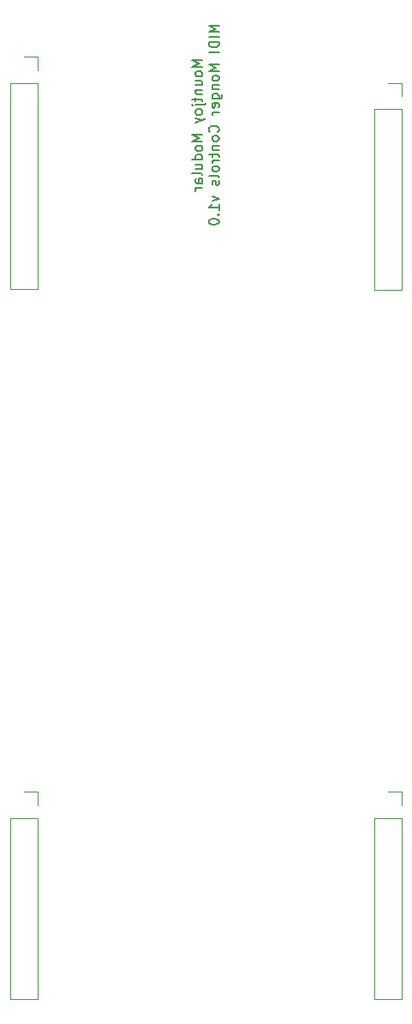
<source format=gbr>
G04 #@! TF.GenerationSoftware,KiCad,Pcbnew,(5.1.4)-1*
G04 #@! TF.CreationDate,2019-11-26T14:36:53+00:00*
G04 #@! TF.ProjectId,MidiMonger_controls,4d696469-4d6f-46e6-9765-725f636f6e74,rev?*
G04 #@! TF.SameCoordinates,Original*
G04 #@! TF.FileFunction,Legend,Bot*
G04 #@! TF.FilePolarity,Positive*
%FSLAX46Y46*%
G04 Gerber Fmt 4.6, Leading zero omitted, Abs format (unit mm)*
G04 Created by KiCad (PCBNEW (5.1.4)-1) date 2019-11-26 14:36:53*
%MOMM*%
%LPD*%
G04 APERTURE LIST*
%ADD10C,0.150000*%
%ADD11C,0.120000*%
G04 APERTURE END LIST*
D10*
X115627380Y-46419047D02*
X114627380Y-46419047D01*
X115341666Y-46752380D01*
X114627380Y-47085714D01*
X115627380Y-47085714D01*
X115627380Y-47704761D02*
X115579761Y-47609523D01*
X115532142Y-47561904D01*
X115436904Y-47514285D01*
X115151190Y-47514285D01*
X115055952Y-47561904D01*
X115008333Y-47609523D01*
X114960714Y-47704761D01*
X114960714Y-47847619D01*
X115008333Y-47942857D01*
X115055952Y-47990476D01*
X115151190Y-48038095D01*
X115436904Y-48038095D01*
X115532142Y-47990476D01*
X115579761Y-47942857D01*
X115627380Y-47847619D01*
X115627380Y-47704761D01*
X114960714Y-48895238D02*
X115627380Y-48895238D01*
X114960714Y-48466666D02*
X115484523Y-48466666D01*
X115579761Y-48514285D01*
X115627380Y-48609523D01*
X115627380Y-48752380D01*
X115579761Y-48847619D01*
X115532142Y-48895238D01*
X114960714Y-49371428D02*
X115627380Y-49371428D01*
X115055952Y-49371428D02*
X115008333Y-49419047D01*
X114960714Y-49514285D01*
X114960714Y-49657142D01*
X115008333Y-49752380D01*
X115103571Y-49800000D01*
X115627380Y-49800000D01*
X114960714Y-50133333D02*
X114960714Y-50514285D01*
X114627380Y-50276190D02*
X115484523Y-50276190D01*
X115579761Y-50323809D01*
X115627380Y-50419047D01*
X115627380Y-50514285D01*
X114960714Y-50847619D02*
X115817857Y-50847619D01*
X115913095Y-50800000D01*
X115960714Y-50704761D01*
X115960714Y-50657142D01*
X114627380Y-50847619D02*
X114675000Y-50800000D01*
X114722619Y-50847619D01*
X114675000Y-50895238D01*
X114627380Y-50847619D01*
X114722619Y-50847619D01*
X115627380Y-51466666D02*
X115579761Y-51371428D01*
X115532142Y-51323809D01*
X115436904Y-51276190D01*
X115151190Y-51276190D01*
X115055952Y-51323809D01*
X115008333Y-51371428D01*
X114960714Y-51466666D01*
X114960714Y-51609523D01*
X115008333Y-51704761D01*
X115055952Y-51752380D01*
X115151190Y-51800000D01*
X115436904Y-51800000D01*
X115532142Y-51752380D01*
X115579761Y-51704761D01*
X115627380Y-51609523D01*
X115627380Y-51466666D01*
X114960714Y-52133333D02*
X115627380Y-52371428D01*
X114960714Y-52609523D02*
X115627380Y-52371428D01*
X115865476Y-52276190D01*
X115913095Y-52228571D01*
X115960714Y-52133333D01*
X115627380Y-53752380D02*
X114627380Y-53752380D01*
X115341666Y-54085714D01*
X114627380Y-54419047D01*
X115627380Y-54419047D01*
X115627380Y-55038095D02*
X115579761Y-54942857D01*
X115532142Y-54895238D01*
X115436904Y-54847619D01*
X115151190Y-54847619D01*
X115055952Y-54895238D01*
X115008333Y-54942857D01*
X114960714Y-55038095D01*
X114960714Y-55180952D01*
X115008333Y-55276190D01*
X115055952Y-55323809D01*
X115151190Y-55371428D01*
X115436904Y-55371428D01*
X115532142Y-55323809D01*
X115579761Y-55276190D01*
X115627380Y-55180952D01*
X115627380Y-55038095D01*
X115627380Y-56228571D02*
X114627380Y-56228571D01*
X115579761Y-56228571D02*
X115627380Y-56133333D01*
X115627380Y-55942857D01*
X115579761Y-55847619D01*
X115532142Y-55800000D01*
X115436904Y-55752380D01*
X115151190Y-55752380D01*
X115055952Y-55800000D01*
X115008333Y-55847619D01*
X114960714Y-55942857D01*
X114960714Y-56133333D01*
X115008333Y-56228571D01*
X114960714Y-57133333D02*
X115627380Y-57133333D01*
X114960714Y-56704761D02*
X115484523Y-56704761D01*
X115579761Y-56752380D01*
X115627380Y-56847619D01*
X115627380Y-56990476D01*
X115579761Y-57085714D01*
X115532142Y-57133333D01*
X115627380Y-57752380D02*
X115579761Y-57657142D01*
X115484523Y-57609523D01*
X114627380Y-57609523D01*
X115627380Y-58561904D02*
X115103571Y-58561904D01*
X115008333Y-58514285D01*
X114960714Y-58419047D01*
X114960714Y-58228571D01*
X115008333Y-58133333D01*
X115579761Y-58561904D02*
X115627380Y-58466666D01*
X115627380Y-58228571D01*
X115579761Y-58133333D01*
X115484523Y-58085714D01*
X115389285Y-58085714D01*
X115294047Y-58133333D01*
X115246428Y-58228571D01*
X115246428Y-58466666D01*
X115198809Y-58561904D01*
X115627380Y-59038095D02*
X114960714Y-59038095D01*
X115151190Y-59038095D02*
X115055952Y-59085714D01*
X115008333Y-59133333D01*
X114960714Y-59228571D01*
X114960714Y-59323809D01*
X117277380Y-42990476D02*
X116277380Y-42990476D01*
X116991666Y-43323809D01*
X116277380Y-43657142D01*
X117277380Y-43657142D01*
X117277380Y-44133333D02*
X116277380Y-44133333D01*
X117277380Y-44609523D02*
X116277380Y-44609523D01*
X116277380Y-44847619D01*
X116325000Y-44990476D01*
X116420238Y-45085714D01*
X116515476Y-45133333D01*
X116705952Y-45180952D01*
X116848809Y-45180952D01*
X117039285Y-45133333D01*
X117134523Y-45085714D01*
X117229761Y-44990476D01*
X117277380Y-44847619D01*
X117277380Y-44609523D01*
X117277380Y-45609523D02*
X116277380Y-45609523D01*
X117277380Y-46847619D02*
X116277380Y-46847619D01*
X116991666Y-47180952D01*
X116277380Y-47514285D01*
X117277380Y-47514285D01*
X117277380Y-48133333D02*
X117229761Y-48038095D01*
X117182142Y-47990476D01*
X117086904Y-47942857D01*
X116801190Y-47942857D01*
X116705952Y-47990476D01*
X116658333Y-48038095D01*
X116610714Y-48133333D01*
X116610714Y-48276190D01*
X116658333Y-48371428D01*
X116705952Y-48419047D01*
X116801190Y-48466666D01*
X117086904Y-48466666D01*
X117182142Y-48419047D01*
X117229761Y-48371428D01*
X117277380Y-48276190D01*
X117277380Y-48133333D01*
X116610714Y-48895238D02*
X117277380Y-48895238D01*
X116705952Y-48895238D02*
X116658333Y-48942857D01*
X116610714Y-49038095D01*
X116610714Y-49180952D01*
X116658333Y-49276190D01*
X116753571Y-49323809D01*
X117277380Y-49323809D01*
X116610714Y-50228571D02*
X117420238Y-50228571D01*
X117515476Y-50180952D01*
X117563095Y-50133333D01*
X117610714Y-50038095D01*
X117610714Y-49895238D01*
X117563095Y-49800000D01*
X117229761Y-50228571D02*
X117277380Y-50133333D01*
X117277380Y-49942857D01*
X117229761Y-49847619D01*
X117182142Y-49800000D01*
X117086904Y-49752380D01*
X116801190Y-49752380D01*
X116705952Y-49800000D01*
X116658333Y-49847619D01*
X116610714Y-49942857D01*
X116610714Y-50133333D01*
X116658333Y-50228571D01*
X117229761Y-51085714D02*
X117277380Y-50990476D01*
X117277380Y-50800000D01*
X117229761Y-50704761D01*
X117134523Y-50657142D01*
X116753571Y-50657142D01*
X116658333Y-50704761D01*
X116610714Y-50800000D01*
X116610714Y-50990476D01*
X116658333Y-51085714D01*
X116753571Y-51133333D01*
X116848809Y-51133333D01*
X116944047Y-50657142D01*
X117277380Y-51561904D02*
X116610714Y-51561904D01*
X116801190Y-51561904D02*
X116705952Y-51609523D01*
X116658333Y-51657142D01*
X116610714Y-51752380D01*
X116610714Y-51847619D01*
X117182142Y-53514285D02*
X117229761Y-53466666D01*
X117277380Y-53323809D01*
X117277380Y-53228571D01*
X117229761Y-53085714D01*
X117134523Y-52990476D01*
X117039285Y-52942857D01*
X116848809Y-52895238D01*
X116705952Y-52895238D01*
X116515476Y-52942857D01*
X116420238Y-52990476D01*
X116325000Y-53085714D01*
X116277380Y-53228571D01*
X116277380Y-53323809D01*
X116325000Y-53466666D01*
X116372619Y-53514285D01*
X117277380Y-54085714D02*
X117229761Y-53990476D01*
X117182142Y-53942857D01*
X117086904Y-53895238D01*
X116801190Y-53895238D01*
X116705952Y-53942857D01*
X116658333Y-53990476D01*
X116610714Y-54085714D01*
X116610714Y-54228571D01*
X116658333Y-54323809D01*
X116705952Y-54371428D01*
X116801190Y-54419047D01*
X117086904Y-54419047D01*
X117182142Y-54371428D01*
X117229761Y-54323809D01*
X117277380Y-54228571D01*
X117277380Y-54085714D01*
X116610714Y-54847619D02*
X117277380Y-54847619D01*
X116705952Y-54847619D02*
X116658333Y-54895238D01*
X116610714Y-54990476D01*
X116610714Y-55133333D01*
X116658333Y-55228571D01*
X116753571Y-55276190D01*
X117277380Y-55276190D01*
X116610714Y-55609523D02*
X116610714Y-55990476D01*
X116277380Y-55752380D02*
X117134523Y-55752380D01*
X117229761Y-55800000D01*
X117277380Y-55895238D01*
X117277380Y-55990476D01*
X117277380Y-56323809D02*
X116610714Y-56323809D01*
X116801190Y-56323809D02*
X116705952Y-56371428D01*
X116658333Y-56419047D01*
X116610714Y-56514285D01*
X116610714Y-56609523D01*
X117277380Y-57085714D02*
X117229761Y-56990476D01*
X117182142Y-56942857D01*
X117086904Y-56895238D01*
X116801190Y-56895238D01*
X116705952Y-56942857D01*
X116658333Y-56990476D01*
X116610714Y-57085714D01*
X116610714Y-57228571D01*
X116658333Y-57323809D01*
X116705952Y-57371428D01*
X116801190Y-57419047D01*
X117086904Y-57419047D01*
X117182142Y-57371428D01*
X117229761Y-57323809D01*
X117277380Y-57228571D01*
X117277380Y-57085714D01*
X117277380Y-57990476D02*
X117229761Y-57895238D01*
X117134523Y-57847619D01*
X116277380Y-57847619D01*
X117229761Y-58323809D02*
X117277380Y-58419047D01*
X117277380Y-58609523D01*
X117229761Y-58704761D01*
X117134523Y-58752380D01*
X117086904Y-58752380D01*
X116991666Y-58704761D01*
X116944047Y-58609523D01*
X116944047Y-58466666D01*
X116896428Y-58371428D01*
X116801190Y-58323809D01*
X116753571Y-58323809D01*
X116658333Y-58371428D01*
X116610714Y-58466666D01*
X116610714Y-58609523D01*
X116658333Y-58704761D01*
X116610714Y-59847619D02*
X117277380Y-60085714D01*
X116610714Y-60323809D01*
X117277380Y-61228571D02*
X117277380Y-60657142D01*
X117277380Y-60942857D02*
X116277380Y-60942857D01*
X116420238Y-60847619D01*
X116515476Y-60752380D01*
X116563095Y-60657142D01*
X117182142Y-61657142D02*
X117229761Y-61704761D01*
X117277380Y-61657142D01*
X117229761Y-61609523D01*
X117182142Y-61657142D01*
X117277380Y-61657142D01*
X116277380Y-62323809D02*
X116277380Y-62419047D01*
X116325000Y-62514285D01*
X116372619Y-62561904D01*
X116467857Y-62609523D01*
X116658333Y-62657142D01*
X116896428Y-62657142D01*
X117086904Y-62609523D01*
X117182142Y-62561904D01*
X117229761Y-62514285D01*
X117277380Y-62419047D01*
X117277380Y-62323809D01*
X117229761Y-62228571D01*
X117182142Y-62180952D01*
X117086904Y-62133333D01*
X116896428Y-62085714D01*
X116658333Y-62085714D01*
X116467857Y-62133333D01*
X116372619Y-62180952D01*
X116325000Y-62228571D01*
X116277380Y-62323809D01*
D11*
X135330000Y-51270000D02*
X135330000Y-69110000D01*
X135330000Y-69110000D02*
X132670000Y-69110000D01*
X132670000Y-69110000D02*
X132670000Y-51270000D01*
X132670000Y-51270000D02*
X135330000Y-51270000D01*
X135330000Y-50000000D02*
X135330000Y-48670000D01*
X135330000Y-48670000D02*
X134000000Y-48670000D01*
X99330000Y-121270000D02*
X99330000Y-139110000D01*
X99330000Y-139110000D02*
X96670000Y-139110000D01*
X96670000Y-139110000D02*
X96670000Y-121270000D01*
X96670000Y-121270000D02*
X99330000Y-121270000D01*
X99330000Y-120000000D02*
X99330000Y-118670000D01*
X99330000Y-118670000D02*
X98000000Y-118670000D01*
X135330000Y-121270000D02*
X135330000Y-139110000D01*
X135330000Y-139110000D02*
X132670000Y-139110000D01*
X132670000Y-139110000D02*
X132670000Y-121270000D01*
X132670000Y-121270000D02*
X135330000Y-121270000D01*
X135330000Y-120000000D02*
X135330000Y-118670000D01*
X135330000Y-118670000D02*
X134000000Y-118670000D01*
X99330000Y-46070000D02*
X98000000Y-46070000D01*
X99330000Y-47400000D02*
X99330000Y-46070000D01*
X96670000Y-48670000D02*
X99330000Y-48670000D01*
X96670000Y-69050000D02*
X96670000Y-48670000D01*
X99330000Y-69050000D02*
X96670000Y-69050000D01*
X99330000Y-48670000D02*
X99330000Y-69050000D01*
M02*

</source>
